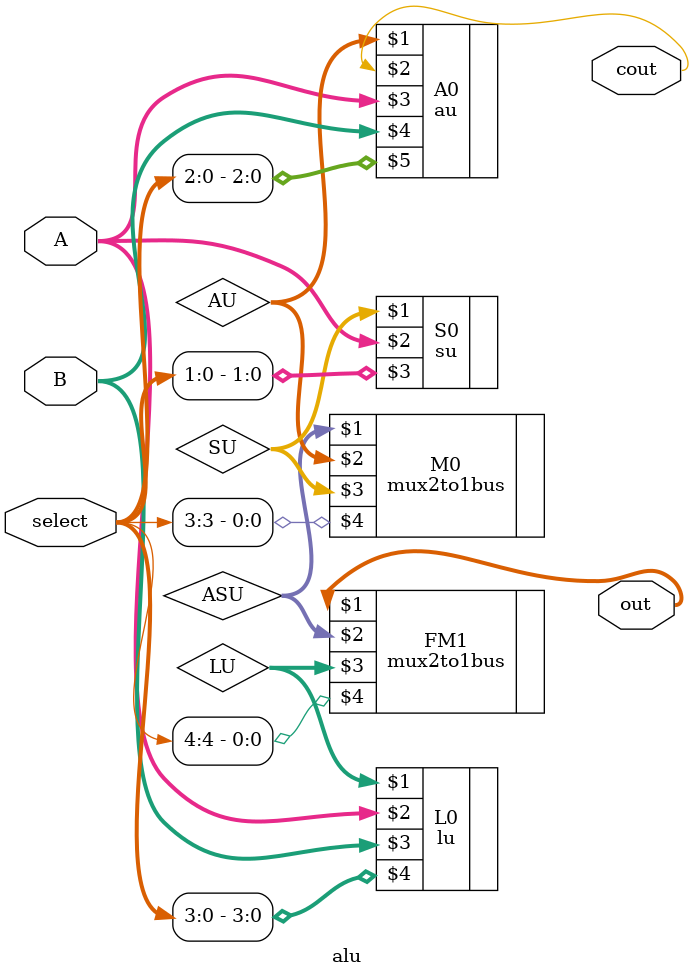
<source format=v>
`timescale 1ns / 1ps
module alu(output [31:0]out,output cout,input [31:0]A,input [31:0]B,input [4:0]select);
	wire [31:0]LU;
	wire [31:0]SU;
	wire [31:0]AU;
	wire [31:0]ASU;
	lu L0(LU,A,B,select[3:0]);
	au A0(AU,cout,A,B,select[2:0]);
	su S0(SU,A,select[1:0]);
	//select[4] au or su
	mux2to1bus M0(ASU,AU,SU,select[3]);
	//select[5] lu or au & su
	mux2to1bus FM1(out,ASU,LU,select[4]);
endmodule

</source>
